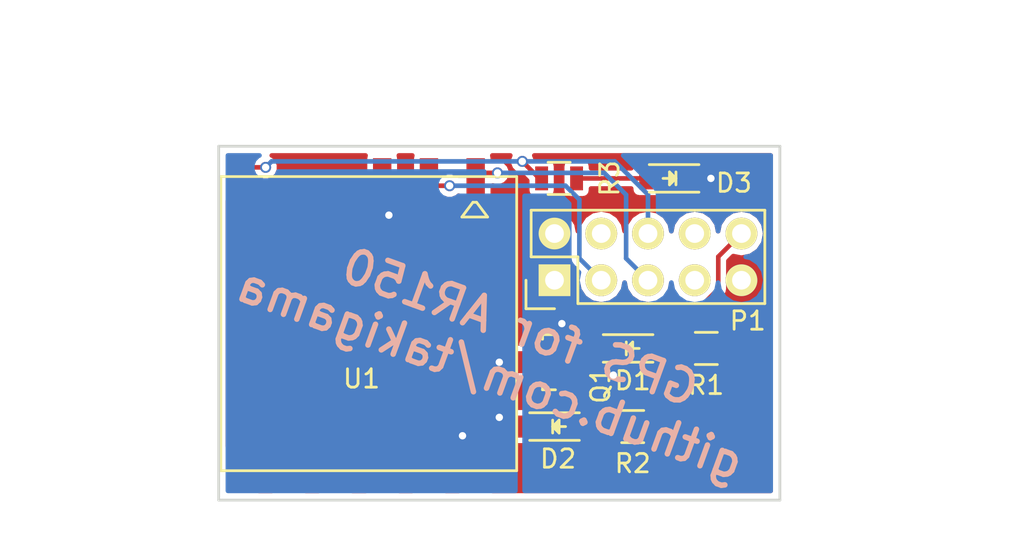
<source format=kicad_pcb>
(kicad_pcb (version 4) (host pcbnew 4.0.2+dfsg1-stable)

  (general
    (links 19)
    (no_connects 0)
    (area 106.500001 87.65 165.785715 116.975)
    (thickness 1.6)
    (drawings 8)
    (tracks 58)
    (zones 0)
    (modules 9)
    (nets 11)
  )

  (page A4)
  (layers
    (0 F.Cu signal)
    (31 B.Cu signal)
    (32 B.Adhes user)
    (33 F.Adhes user)
    (34 B.Paste user)
    (35 F.Paste user)
    (36 B.SilkS user)
    (37 F.SilkS user)
    (38 B.Mask user)
    (39 F.Mask user)
    (40 Dwgs.User user)
    (41 Cmts.User user)
    (42 Eco1.User user)
    (43 Eco2.User user)
    (44 Edge.Cuts user)
    (45 Margin user)
    (46 B.CrtYd user)
    (47 F.CrtYd user)
    (48 B.Fab user)
    (49 F.Fab user)
  )

  (setup
    (last_trace_width 0.25)
    (user_trace_width 0.4)
    (user_trace_width 0.6)
    (user_trace_width 0.8)
    (user_trace_width 1)
    (user_trace_width 1.2)
    (user_trace_width 1.5)
    (user_trace_width 1.8)
    (user_trace_width 2.5)
    (trace_clearance 0.2)
    (zone_clearance 0.3)
    (zone_45_only no)
    (trace_min 0.2)
    (segment_width 0.2)
    (edge_width 0.15)
    (via_size 0.6)
    (via_drill 0.4)
    (via_min_size 0.4)
    (via_min_drill 0.3)
    (uvia_size 0.3)
    (uvia_drill 0.1)
    (uvias_allowed no)
    (uvia_min_size 0.2)
    (uvia_min_drill 0.1)
    (pcb_text_width 0.3)
    (pcb_text_size 1.5 1.5)
    (mod_edge_width 0.15)
    (mod_text_size 1 1)
    (mod_text_width 0.15)
    (pad_size 1.524 1.524)
    (pad_drill 0.762)
    (pad_to_mask_clearance 0.2)
    (aux_axis_origin 0 0)
    (visible_elements FFFFFF7F)
    (pcbplotparams
      (layerselection 0x00030_80000001)
      (usegerberextensions false)
      (excludeedgelayer true)
      (linewidth 0.100000)
      (plotframeref false)
      (viasonmask false)
      (mode 1)
      (useauxorigin false)
      (hpglpennumber 1)
      (hpglpenspeed 20)
      (hpglpendiameter 15)
      (hpglpenoverlay 2)
      (psnegative false)
      (psa4output false)
      (plotreference true)
      (plotvalue true)
      (plotinvisibletext false)
      (padsonsilk false)
      (subtractmaskfromsilk false)
      (outputformat 1)
      (mirror false)
      (drillshape 1)
      (scaleselection 1)
      (outputdirectory ""))
  )

  (net 0 "")
  (net 1 "Net-(D1-Pad2)")
  (net 2 GND)
  (net 3 "Net-(D2-Pad2)")
  (net 4 GP_GND)
  (net 5 RX)
  (net 6 TX)
  (net 7 GP_14)
  (net 8 +3V3)
  (net 9 GP_17)
  (net 10 "Net-(D3-Pad2)")

  (net_class Default "This is the default net class."
    (clearance 0.2)
    (trace_width 0.25)
    (via_dia 0.6)
    (via_drill 0.4)
    (uvia_dia 0.3)
    (uvia_drill 0.1)
    (add_net +3V3)
    (add_net GND)
    (add_net GP_14)
    (add_net GP_17)
    (add_net GP_GND)
    (add_net "Net-(D1-Pad2)")
    (add_net "Net-(D2-Pad2)")
    (add_net "Net-(D3-Pad2)")
    (add_net RX)
    (add_net TX)
  )

  (module LEDs:LED_0805 (layer F.Cu) (tedit 55BDE1C2) (tstamp 59119C84)
    (at 141.25 106.25)
    (descr "LED 0805 smd package")
    (tags "LED 0805 SMD")
    (path /59110B72)
    (attr smd)
    (fp_text reference D1 (at 0 1.75) (layer F.SilkS)
      (effects (font (size 1 1) (thickness 0.15)))
    )
    (fp_text value LED (at 9.99 4.745) (layer F.Fab)
      (effects (font (size 1 1) (thickness 0.15)))
    )
    (fp_line (start -1.6 0.75) (end 1.1 0.75) (layer F.SilkS) (width 0.15))
    (fp_line (start -1.6 -0.75) (end 1.1 -0.75) (layer F.SilkS) (width 0.15))
    (fp_line (start -0.1 0.15) (end -0.1 -0.1) (layer F.SilkS) (width 0.15))
    (fp_line (start -0.1 -0.1) (end -0.25 0.05) (layer F.SilkS) (width 0.15))
    (fp_line (start -0.35 -0.35) (end -0.35 0.35) (layer F.SilkS) (width 0.15))
    (fp_line (start 0 0) (end 0.35 0) (layer F.SilkS) (width 0.15))
    (fp_line (start -0.35 0) (end 0 -0.35) (layer F.SilkS) (width 0.15))
    (fp_line (start 0 -0.35) (end 0 0.35) (layer F.SilkS) (width 0.15))
    (fp_line (start 0 0.35) (end -0.35 0) (layer F.SilkS) (width 0.15))
    (fp_line (start 1.9 -0.95) (end 1.9 0.95) (layer F.CrtYd) (width 0.05))
    (fp_line (start 1.9 0.95) (end -1.9 0.95) (layer F.CrtYd) (width 0.05))
    (fp_line (start -1.9 0.95) (end -1.9 -0.95) (layer F.CrtYd) (width 0.05))
    (fp_line (start -1.9 -0.95) (end 1.9 -0.95) (layer F.CrtYd) (width 0.05))
    (pad 2 smd rect (at 1.04902 0 180) (size 1.19888 1.19888) (layers F.Cu F.Paste F.Mask)
      (net 1 "Net-(D1-Pad2)"))
    (pad 1 smd rect (at -1.04902 0 180) (size 1.19888 1.19888) (layers F.Cu F.Paste F.Mask)
      (net 2 GND))
    (model LEDs.3dshapes/LED_0805.wrl
      (at (xyz 0 0 0))
      (scale (xyz 1 1 1))
      (rotate (xyz 0 0 0))
    )
  )

  (module LEDs:LED_0805 (layer F.Cu) (tedit 55BDE1C2) (tstamp 59119C8A)
    (at 137.25 110.5)
    (descr "LED 0805 smd package")
    (tags "LED 0805 SMD")
    (path /59110BF4)
    (attr smd)
    (fp_text reference D2 (at -0.057 1.7565) (layer F.SilkS)
      (effects (font (size 1 1) (thickness 0.15)))
    )
    (fp_text value LED (at 0.193 5.5) (layer F.Fab)
      (effects (font (size 1 1) (thickness 0.15)))
    )
    (fp_line (start -1.6 0.75) (end 1.1 0.75) (layer F.SilkS) (width 0.15))
    (fp_line (start -1.6 -0.75) (end 1.1 -0.75) (layer F.SilkS) (width 0.15))
    (fp_line (start -0.1 0.15) (end -0.1 -0.1) (layer F.SilkS) (width 0.15))
    (fp_line (start -0.1 -0.1) (end -0.25 0.05) (layer F.SilkS) (width 0.15))
    (fp_line (start -0.35 -0.35) (end -0.35 0.35) (layer F.SilkS) (width 0.15))
    (fp_line (start 0 0) (end 0.35 0) (layer F.SilkS) (width 0.15))
    (fp_line (start -0.35 0) (end 0 -0.35) (layer F.SilkS) (width 0.15))
    (fp_line (start 0 -0.35) (end 0 0.35) (layer F.SilkS) (width 0.15))
    (fp_line (start 0 0.35) (end -0.35 0) (layer F.SilkS) (width 0.15))
    (fp_line (start 1.9 -0.95) (end 1.9 0.95) (layer F.CrtYd) (width 0.05))
    (fp_line (start 1.9 0.95) (end -1.9 0.95) (layer F.CrtYd) (width 0.05))
    (fp_line (start -1.9 0.95) (end -1.9 -0.95) (layer F.CrtYd) (width 0.05))
    (fp_line (start -1.9 -0.95) (end 1.9 -0.95) (layer F.CrtYd) (width 0.05))
    (pad 2 smd rect (at 1.04902 0 180) (size 1.19888 1.19888) (layers F.Cu F.Paste F.Mask)
      (net 3 "Net-(D2-Pad2)"))
    (pad 1 smd rect (at -1.04902 0 180) (size 1.19888 1.19888) (layers F.Cu F.Paste F.Mask)
      (net 4 GP_GND))
    (model LEDs.3dshapes/LED_0805.wrl
      (at (xyz 0 0 0))
      (scale (xyz 1 1 1))
      (rotate (xyz 0 0 0))
    )
  )

  (module Pin_Headers:Pin_Header_Straight_2x05 (layer F.Cu) (tedit 0) (tstamp 59119C98)
    (at 137 102.54 90)
    (descr "Through hole pin header")
    (tags "pin header")
    (path /591108C0)
    (fp_text reference P1 (at -2.21 10.5 180) (layer F.SilkS)
      (effects (font (size 1 1) (thickness 0.15)))
    )
    (fp_text value CONN_02X05 (at 10.29 4.689 180) (layer F.Fab)
      (effects (font (size 1 1) (thickness 0.15)))
    )
    (fp_line (start -1.75 -1.75) (end -1.75 11.95) (layer F.CrtYd) (width 0.05))
    (fp_line (start 4.3 -1.75) (end 4.3 11.95) (layer F.CrtYd) (width 0.05))
    (fp_line (start -1.75 -1.75) (end 4.3 -1.75) (layer F.CrtYd) (width 0.05))
    (fp_line (start -1.75 11.95) (end 4.3 11.95) (layer F.CrtYd) (width 0.05))
    (fp_line (start 3.81 -1.27) (end 3.81 11.43) (layer F.SilkS) (width 0.15))
    (fp_line (start 3.81 11.43) (end -1.27 11.43) (layer F.SilkS) (width 0.15))
    (fp_line (start -1.27 11.43) (end -1.27 1.27) (layer F.SilkS) (width 0.15))
    (fp_line (start 3.81 -1.27) (end 1.27 -1.27) (layer F.SilkS) (width 0.15))
    (fp_line (start 0 -1.55) (end -1.55 -1.55) (layer F.SilkS) (width 0.15))
    (fp_line (start 1.27 -1.27) (end 1.27 1.27) (layer F.SilkS) (width 0.15))
    (fp_line (start 1.27 1.27) (end -1.27 1.27) (layer F.SilkS) (width 0.15))
    (fp_line (start -1.55 -1.55) (end -1.55 0) (layer F.SilkS) (width 0.15))
    (pad 1 thru_hole rect (at 0 0 90) (size 1.7272 1.7272) (drill 1.016) (layers *.Cu *.Mask F.SilkS)
      (net 2 GND))
    (pad 2 thru_hole oval (at 2.54 0 90) (size 1.7272 1.7272) (drill 1.016) (layers *.Cu *.Mask F.SilkS)
      (net 2 GND))
    (pad 3 thru_hole oval (at 0 2.54 90) (size 1.7272 1.7272) (drill 1.016) (layers *.Cu *.Mask F.SilkS)
      (net 5 RX))
    (pad 4 thru_hole oval (at 2.54 2.54 90) (size 1.7272 1.7272) (drill 1.016) (layers *.Cu *.Mask F.SilkS))
    (pad 5 thru_hole oval (at 0 5.08 90) (size 1.7272 1.7272) (drill 1.016) (layers *.Cu *.Mask F.SilkS)
      (net 6 TX))
    (pad 6 thru_hole oval (at 2.54 5.08 90) (size 1.7272 1.7272) (drill 1.016) (layers *.Cu *.Mask F.SilkS)
      (net 7 GP_14))
    (pad 7 thru_hole oval (at 0 7.62 90) (size 1.7272 1.7272) (drill 1.016) (layers *.Cu *.Mask F.SilkS))
    (pad 8 thru_hole oval (at 2.54 7.62 90) (size 1.7272 1.7272) (drill 1.016) (layers *.Cu *.Mask F.SilkS))
    (pad 9 thru_hole oval (at 0 10.16 90) (size 1.7272 1.7272) (drill 1.016) (layers *.Cu *.Mask F.SilkS)
      (net 8 +3V3))
    (pad 10 thru_hole oval (at 2.54 10.16 90) (size 1.7272 1.7272) (drill 1.016) (layers *.Cu *.Mask F.SilkS)
      (net 9 GP_17))
    (model Pin_Headers.3dshapes/Pin_Header_Straight_2x05.wrl
      (at (xyz 0.05 -0.2 0))
      (scale (xyz 1 1 1))
      (rotate (xyz 0 0 90))
    )
  )

  (module TO_SOT_Packages_SMD:SOT-23 (layer F.Cu) (tedit 553634F8) (tstamp 59119C9F)
    (at 137 107 90)
    (descr "SOT-23, Standard")
    (tags SOT-23)
    (path /59110876)
    (attr smd)
    (fp_text reference Q1 (at -1.25 2.5 90) (layer F.SilkS)
      (effects (font (size 1 1) (thickness 0.15)))
    )
    (fp_text value BSS138 (at -0.372 14.947 90) (layer F.Fab)
      (effects (font (size 1 1) (thickness 0.15)))
    )
    (fp_line (start -1.65 -1.6) (end 1.65 -1.6) (layer F.CrtYd) (width 0.05))
    (fp_line (start 1.65 -1.6) (end 1.65 1.6) (layer F.CrtYd) (width 0.05))
    (fp_line (start 1.65 1.6) (end -1.65 1.6) (layer F.CrtYd) (width 0.05))
    (fp_line (start -1.65 1.6) (end -1.65 -1.6) (layer F.CrtYd) (width 0.05))
    (fp_line (start 1.29916 -0.65024) (end 1.2509 -0.65024) (layer F.SilkS) (width 0.15))
    (fp_line (start -1.49982 0.0508) (end -1.49982 -0.65024) (layer F.SilkS) (width 0.15))
    (fp_line (start -1.49982 -0.65024) (end -1.2509 -0.65024) (layer F.SilkS) (width 0.15))
    (fp_line (start 1.29916 -0.65024) (end 1.49982 -0.65024) (layer F.SilkS) (width 0.15))
    (fp_line (start 1.49982 -0.65024) (end 1.49982 0.0508) (layer F.SilkS) (width 0.15))
    (pad 1 smd rect (at -0.95 1.00076 90) (size 0.8001 0.8001) (layers F.Cu F.Paste F.Mask)
      (net 9 GP_17))
    (pad 2 smd rect (at 0.95 1.00076 90) (size 0.8001 0.8001) (layers F.Cu F.Paste F.Mask)
      (net 2 GND))
    (pad 3 smd rect (at 0 -0.99822 90) (size 0.8001 0.8001) (layers F.Cu F.Paste F.Mask)
      (net 4 GP_GND))
    (model TO_SOT_Packages_SMD.3dshapes/SOT-23.wrl
      (at (xyz 0 0 0))
      (scale (xyz 1 1 1))
      (rotate (xyz 0 0 0))
    )
  )

  (module Resistors_SMD:R_0805 (layer F.Cu) (tedit 5415CDEB) (tstamp 59119CA5)
    (at 145.25 106.25 180)
    (descr "Resistor SMD 0805, reflow soldering, Vishay (see dcrcw.pdf)")
    (tags "resistor 0805")
    (path /59110C24)
    (attr smd)
    (fp_text reference R1 (at 0.012 -2 180) (layer F.SilkS)
      (effects (font (size 1 1) (thickness 0.15)))
    )
    (fp_text value 300 (at -6 3 180) (layer F.Fab)
      (effects (font (size 1 1) (thickness 0.15)))
    )
    (fp_line (start -1.6 -1) (end 1.6 -1) (layer F.CrtYd) (width 0.05))
    (fp_line (start -1.6 1) (end 1.6 1) (layer F.CrtYd) (width 0.05))
    (fp_line (start -1.6 -1) (end -1.6 1) (layer F.CrtYd) (width 0.05))
    (fp_line (start 1.6 -1) (end 1.6 1) (layer F.CrtYd) (width 0.05))
    (fp_line (start 0.6 0.875) (end -0.6 0.875) (layer F.SilkS) (width 0.15))
    (fp_line (start -0.6 -0.875) (end 0.6 -0.875) (layer F.SilkS) (width 0.15))
    (pad 1 smd rect (at -0.95 0 180) (size 0.7 1.3) (layers F.Cu F.Paste F.Mask)
      (net 8 +3V3))
    (pad 2 smd rect (at 0.95 0 180) (size 0.7 1.3) (layers F.Cu F.Paste F.Mask)
      (net 1 "Net-(D1-Pad2)"))
    (model Resistors_SMD.3dshapes/R_0805.wrl
      (at (xyz 0 0 0))
      (scale (xyz 1 1 1))
      (rotate (xyz 0 0 0))
    )
  )

  (module Resistors_SMD:R_0805 (layer F.Cu) (tedit 5415CDEB) (tstamp 59119CAB)
    (at 141.25 110.5 180)
    (descr "Resistor SMD 0805, reflow soldering, Vishay (see dcrcw.pdf)")
    (tags "resistor 0805")
    (path /59110C69)
    (attr smd)
    (fp_text reference R2 (at 0 -2.0065 180) (layer F.SilkS)
      (effects (font (size 1 1) (thickness 0.15)))
    )
    (fp_text value 300 (at 0 -5.5 180) (layer F.Fab)
      (effects (font (size 1 1) (thickness 0.15)))
    )
    (fp_line (start -1.6 -1) (end 1.6 -1) (layer F.CrtYd) (width 0.05))
    (fp_line (start -1.6 1) (end 1.6 1) (layer F.CrtYd) (width 0.05))
    (fp_line (start -1.6 -1) (end -1.6 1) (layer F.CrtYd) (width 0.05))
    (fp_line (start 1.6 -1) (end 1.6 1) (layer F.CrtYd) (width 0.05))
    (fp_line (start 0.6 0.875) (end -0.6 0.875) (layer F.SilkS) (width 0.15))
    (fp_line (start -0.6 -0.875) (end 0.6 -0.875) (layer F.SilkS) (width 0.15))
    (pad 1 smd rect (at -0.95 0 180) (size 0.7 1.3) (layers F.Cu F.Paste F.Mask)
      (net 8 +3V3))
    (pad 2 smd rect (at 0.95 0 180) (size 0.7 1.3) (layers F.Cu F.Paste F.Mask)
      (net 3 "Net-(D2-Pad2)"))
    (model Resistors_SMD.3dshapes/R_0805.wrl
      (at (xyz 0 0 0))
      (scale (xyz 1 1 1))
      (rotate (xyz 0 0 0))
    )
  )

  (module MyKiCadLibs:QUECTEL-L80 (layer F.Cu) (tedit 593979B8) (tstamp 59119CBF)
    (at 126.365 104.901)
    (path /5911353A)
    (fp_text reference U1 (at 0.148 3) (layer F.SilkS)
      (effects (font (size 1 1) (thickness 0.15)))
    )
    (fp_text value QUECTEL-L80 (at 0.048 -3) (layer F.Fab)
      (effects (font (size 1 1) (thickness 0.15)))
    )
    (fp_line (start 5.6 -5.8) (end 6.2 -6.6) (layer F.SilkS) (width 0.15))
    (fp_line (start 7 -5.8) (end 5.6 -5.8) (layer F.SilkS) (width 0.15))
    (fp_line (start 6.4 -6.6) (end 7 -5.8) (layer F.SilkS) (width 0.15))
    (fp_line (start 6.2 -6.6) (end 6.4 -6.6) (layer F.SilkS) (width 0.15))
    (fp_line (start 8.58 -8) (end -7.5 -8) (layer F.SilkS) (width 0.15))
    (fp_line (start 8.58 8) (end 8.58 -8) (layer F.SilkS) (width 0.15))
    (fp_line (start -7.5 8) (end 8.58 8) (layer F.SilkS) (width 0.15))
    (fp_line (start -7.5 -8) (end -7.5 8) (layer F.SilkS) (width 0.15))
    (pad 6 smd rect (at -6.35 -8) (size 1 2) (layers F.Cu F.Paste F.Mask)
      (net 7 GP_14))
    (pad 5 smd rect (at -3.81 -8) (size 1 2) (layers F.Cu F.Paste F.Mask)
      (net 8 +3V3))
    (pad 4 smd rect (at -1.27 -8) (size 1 2) (layers F.Cu F.Paste F.Mask)
      (net 8 +3V3))
    (pad 3 smd rect (at 1.27 -8) (size 1 2) (layers F.Cu F.Paste F.Mask)
      (net 4 GP_GND))
    (pad 2 smd rect (at 3.81 -8) (size 1 2) (layers F.Cu F.Paste F.Mask)
      (net 5 RX))
    (pad 1 smd rect (at 6.35 -8) (size 1 2) (layers F.Cu F.Paste F.Mask)
      (net 6 TX))
    (pad 7 smd rect (at -6.35 8) (size 1 2) (layers F.Cu F.Paste F.Mask))
    (pad 8 smd rect (at -3.81 8) (size 1 2) (layers F.Cu F.Paste F.Mask))
    (pad 9 smd rect (at -1.27 8) (size 1 2) (layers F.Cu F.Paste F.Mask))
    (pad 10 smd rect (at 1.288 8) (size 1 2) (layers F.Cu F.Paste F.Mask))
    (pad 11 smd rect (at 3.81 8) (size 1 2) (layers F.Cu F.Paste F.Mask))
    (pad 12 smd rect (at 6.35 8) (size 1 2) (layers F.Cu F.Paste F.Mask)
      (net 4 GP_GND))
  )

  (module LEDs:LED_0805 (layer F.Cu) (tedit 55BDE1C2) (tstamp 593D396D)
    (at 143.25 97 180)
    (descr "LED 0805 smd package")
    (tags "LED 0805 SMD")
    (path /593D397F)
    (attr smd)
    (fp_text reference D3 (at -3.5 -0.25 180) (layer F.SilkS)
      (effects (font (size 1 1) (thickness 0.15)))
    )
    (fp_text value LED (at 0 3 180) (layer F.Fab)
      (effects (font (size 1 1) (thickness 0.15)))
    )
    (fp_line (start -1.6 0.75) (end 1.1 0.75) (layer F.SilkS) (width 0.15))
    (fp_line (start -1.6 -0.75) (end 1.1 -0.75) (layer F.SilkS) (width 0.15))
    (fp_line (start -0.1 0.15) (end -0.1 -0.1) (layer F.SilkS) (width 0.15))
    (fp_line (start -0.1 -0.1) (end -0.25 0.05) (layer F.SilkS) (width 0.15))
    (fp_line (start -0.35 -0.35) (end -0.35 0.35) (layer F.SilkS) (width 0.15))
    (fp_line (start 0 0) (end 0.35 0) (layer F.SilkS) (width 0.15))
    (fp_line (start -0.35 0) (end 0 -0.35) (layer F.SilkS) (width 0.15))
    (fp_line (start 0 -0.35) (end 0 0.35) (layer F.SilkS) (width 0.15))
    (fp_line (start 0 0.35) (end -0.35 0) (layer F.SilkS) (width 0.15))
    (fp_line (start 1.9 -0.95) (end 1.9 0.95) (layer F.CrtYd) (width 0.05))
    (fp_line (start 1.9 0.95) (end -1.9 0.95) (layer F.CrtYd) (width 0.05))
    (fp_line (start -1.9 0.95) (end -1.9 -0.95) (layer F.CrtYd) (width 0.05))
    (fp_line (start -1.9 -0.95) (end 1.9 -0.95) (layer F.CrtYd) (width 0.05))
    (pad 2 smd rect (at 1.04902 0) (size 1.19888 1.19888) (layers F.Cu F.Paste F.Mask)
      (net 10 "Net-(D3-Pad2)"))
    (pad 1 smd rect (at -1.04902 0) (size 1.19888 1.19888) (layers F.Cu F.Paste F.Mask)
      (net 2 GND))
    (model LEDs.3dshapes/LED_0805.wrl
      (at (xyz 0 0 0))
      (scale (xyz 1 1 1))
      (rotate (xyz 0 0 0))
    )
  )

  (module Resistors_SMD:R_0805 (layer F.Cu) (tedit 5415CDEB) (tstamp 593D3979)
    (at 137.25 97)
    (descr "Resistor SMD 0805, reflow soldering, Vishay (see dcrcw.pdf)")
    (tags "resistor 0805")
    (path /593D3915)
    (attr smd)
    (fp_text reference R3 (at 2.75 0 90) (layer F.SilkS)
      (effects (font (size 1 1) (thickness 0.15)))
    )
    (fp_text value 300 (at 0 2.1) (layer F.Fab)
      (effects (font (size 1 1) (thickness 0.15)))
    )
    (fp_line (start -1.6 -1) (end 1.6 -1) (layer F.CrtYd) (width 0.05))
    (fp_line (start -1.6 1) (end 1.6 1) (layer F.CrtYd) (width 0.05))
    (fp_line (start -1.6 -1) (end -1.6 1) (layer F.CrtYd) (width 0.05))
    (fp_line (start 1.6 -1) (end 1.6 1) (layer F.CrtYd) (width 0.05))
    (fp_line (start 0.6 0.875) (end -0.6 0.875) (layer F.SilkS) (width 0.15))
    (fp_line (start -0.6 -0.875) (end 0.6 -0.875) (layer F.SilkS) (width 0.15))
    (pad 1 smd rect (at -0.95 0) (size 0.7 1.3) (layers F.Cu F.Paste F.Mask)
      (net 7 GP_14))
    (pad 2 smd rect (at 0.95 0) (size 0.7 1.3) (layers F.Cu F.Paste F.Mask)
      (net 10 "Net-(D3-Pad2)"))
    (model Resistors_SMD.3dshapes/R_0805.wrl
      (at (xyz 0 0 0))
      (scale (xyz 1 1 1))
      (rotate (xyz 0 0 0))
    )
  )

  (dimension 19.25 (width 0.3) (layer Cmts.User)
    (gr_text "19.250 mm" (at 113.15 104.875 270) (layer Cmts.User)
      (effects (font (size 1.5 1.5) (thickness 0.3)))
    )
    (feature1 (pts (xy 117.5 114.5) (xy 111.8 114.5)))
    (feature2 (pts (xy 117.5 95.25) (xy 111.8 95.25)))
    (crossbar (pts (xy 114.5 95.25) (xy 114.5 114.5)))
    (arrow1a (pts (xy 114.5 114.5) (xy 113.913579 113.373496)))
    (arrow1b (pts (xy 114.5 114.5) (xy 115.086421 113.373496)))
    (arrow2a (pts (xy 114.5 95.25) (xy 113.913579 96.376504)))
    (arrow2b (pts (xy 114.5 95.25) (xy 115.086421 96.376504)))
  )
  (dimension 4.75 (width 0.3) (layer Cmts.User)
    (gr_text "4.750 mm" (at 159.85 97.625 270) (layer Cmts.User)
      (effects (font (size 1.5 1.5) (thickness 0.3)))
    )
    (feature1 (pts (xy 150.5 100) (xy 161.2 100)))
    (feature2 (pts (xy 150.5 95.25) (xy 161.2 95.25)))
    (crossbar (pts (xy 158.5 95.25) (xy 158.5 100)))
    (arrow1a (pts (xy 158.5 100) (xy 157.913579 98.873496)))
    (arrow1b (pts (xy 158.5 100) (xy 159.086421 98.873496)))
    (arrow2a (pts (xy 158.5 95.25) (xy 157.913579 96.376504)))
    (arrow2b (pts (xy 158.5 95.25) (xy 159.086421 96.376504)))
  )
  (dimension 30.5 (width 0.3) (layer Cmts.User)
    (gr_text "30.500 mm" (at 134 89.15) (layer Cmts.User)
      (effects (font (size 1.5 1.5) (thickness 0.3)))
    )
    (feature1 (pts (xy 149.25 94) (xy 149.25 87.8)))
    (feature2 (pts (xy 118.75 94) (xy 118.75 87.8)))
    (crossbar (pts (xy 118.75 90.5) (xy 149.25 90.5)))
    (arrow1a (pts (xy 149.25 90.5) (xy 148.123496 91.086421)))
    (arrow1b (pts (xy 149.25 90.5) (xy 148.123496 89.913579)))
    (arrow2a (pts (xy 118.75 90.5) (xy 119.876504 91.086421)))
    (arrow2b (pts (xy 118.75 90.5) (xy 119.876504 89.913579)))
  )
  (gr_text "GPS for AR150 \ngithub.com/takigama" (at 134 106.25 340) (layer B.SilkS)
    (effects (font (size 1.8 1.8) (thickness 0.3)) (justify mirror))
  )
  (gr_line (start 149.25 95.25) (end 118.75 95.25) (layer Edge.Cuts) (width 0.15))
  (gr_line (start 149.25 114.5) (end 149.25 95.25) (layer Edge.Cuts) (width 0.15))
  (gr_line (start 118.75 114.5) (end 149.25 114.5) (layer Edge.Cuts) (width 0.15))
  (gr_line (start 118.75 95.25) (end 118.75 114.5) (layer Edge.Cuts) (width 0.15))

  (segment (start 142.29902 106.25) (end 144.3 106.25) (width 1.2) (layer F.Cu) (net 1))
  (segment (start 144.29902 97) (end 145.5 97) (width 0.25) (layer F.Cu) (net 2))
  (via (at 145.5 97) (size 0.6) (drill 0.4) (layers F.Cu B.Cu) (net 2))
  (segment (start 138.00076 106.05) (end 138.00076 105.50076) (width 1.2) (layer F.Cu) (net 2))
  (segment (start 138.00076 105.50076) (end 137.4 104.9) (width 1.2) (layer F.Cu) (net 2))
  (via (at 137.4 104.9) (size 0.6) (drill 0.4) (layers F.Cu B.Cu) (net 2))
  (segment (start 140.20098 106.25) (end 140.20098 107.69902) (width 1.2) (layer F.Cu) (net 2))
  (segment (start 140.20098 107.69902) (end 140.2 107.7) (width 1.2) (layer F.Cu) (net 2))
  (via (at 140.2 107.7) (size 0.6) (drill 0.4) (layers F.Cu B.Cu) (net 2))
  (segment (start 138.29902 110.5) (end 140.3 110.5) (width 1.2) (layer F.Cu) (net 3))
  (segment (start 136.00178 107) (end 134 107) (width 1.2) (layer F.Cu) (net 4))
  (via (at 134 107) (size 0.6) (drill 0.4) (layers F.Cu B.Cu) (net 4))
  (segment (start 134 110.09846) (end 134 110) (width 1.2) (layer F.Cu) (net 4))
  (via (at 134 110) (size 0.6) (drill 0.4) (layers F.Cu B.Cu) (net 4))
  (segment (start 136.20098 110.5) (end 134.40154 110.5) (width 1.2) (layer F.Cu) (net 4))
  (segment (start 134.40154 110.5) (end 134 110.09846) (width 1.2) (layer F.Cu) (net 4))
  (segment (start 132.715 112.901) (end 132.715 111.715) (width 1.2) (layer F.Cu) (net 4))
  (segment (start 132.715 111.715) (end 132 111) (width 1.2) (layer F.Cu) (net 4))
  (via (at 132 111) (size 0.6) (drill 0.4) (layers F.Cu B.Cu) (net 4))
  (segment (start 127.635 96.901) (end 127.635 98.635) (width 1.2) (layer F.Cu) (net 4))
  (segment (start 127.635 98.635) (end 128 99) (width 1.2) (layer F.Cu) (net 4))
  (via (at 128 99) (size 0.6) (drill 0.4) (layers F.Cu B.Cu) (net 4))
  (segment (start 131.3 97.4) (end 130.674 97.4) (width 0.25) (layer F.Cu) (net 5))
  (segment (start 130.674 97.4) (end 130.175 96.901) (width 0.25) (layer F.Cu) (net 5))
  (segment (start 138.351399 98.151399) (end 137.6 97.4) (width 0.25) (layer B.Cu) (net 5))
  (segment (start 137.6 97.4) (end 131.3 97.4) (width 0.25) (layer B.Cu) (net 5))
  (via (at 131.3 97.4) (size 0.6) (drill 0.4) (layers F.Cu B.Cu) (net 5))
  (segment (start 139.54 102.54) (end 138.351399 101.351399) (width 0.25) (layer B.Cu) (net 5))
  (segment (start 138.351399 101.351399) (end 138.351399 98.151399) (width 0.25) (layer B.Cu) (net 5))
  (segment (start 133.9 96.7) (end 132.916 96.7) (width 0.25) (layer F.Cu) (net 6))
  (segment (start 132.916 96.7) (end 132.715 96.901) (width 0.25) (layer F.Cu) (net 6))
  (via (at 133.9 96.7) (size 0.6) (drill 0.4) (layers F.Cu B.Cu) (net 6))
  (segment (start 140.891399 97.891399) (end 139.7 96.7) (width 0.25) (layer B.Cu) (net 6))
  (segment (start 139.7 96.7) (end 133.9 96.7) (width 0.25) (layer B.Cu) (net 6))
  (segment (start 142.08 102.54) (end 140.891399 101.351399) (width 0.25) (layer B.Cu) (net 6))
  (segment (start 140.891399 101.351399) (end 140.891399 97.891399) (width 0.25) (layer B.Cu) (net 6))
  (segment (start 140.274998 96.074998) (end 135.25 96.074998) (width 0.25) (layer B.Cu) (net 7))
  (segment (start 135.25 96.074998) (end 121.625002 96.074998) (width 0.25) (layer B.Cu) (net 7))
  (segment (start 136.3 97) (end 136.175002 97) (width 0.25) (layer F.Cu) (net 7))
  (via (at 135.25 96.074998) (size 0.6) (drill 0.4) (layers F.Cu B.Cu) (net 7))
  (segment (start 136.175002 97) (end 135.25 96.074998) (width 0.25) (layer F.Cu) (net 7))
  (segment (start 121.625002 96.074998) (end 121.599999 96.100001) (width 0.25) (layer B.Cu) (net 7))
  (segment (start 142.08 97.88) (end 140.274998 96.074998) (width 0.25) (layer B.Cu) (net 7))
  (segment (start 142.08 100) (end 142.08 97.88) (width 0.25) (layer B.Cu) (net 7))
  (segment (start 121.599999 96.100001) (end 121.3 96.4) (width 0.25) (layer B.Cu) (net 7))
  (segment (start 121.3 96.4) (end 120.516 96.4) (width 0.25) (layer F.Cu) (net 7))
  (segment (start 120.516 96.4) (end 120.015 96.901) (width 0.25) (layer F.Cu) (net 7))
  (via (at 121.3 96.4) (size 0.6) (drill 0.4) (layers F.Cu B.Cu) (net 7))
  (segment (start 125.095 96.901) (end 122.555 96.901) (width 1.2) (layer F.Cu) (net 8))
  (segment (start 145.9 103.01913) (end 145.9 101.26) (width 0.25) (layer F.Cu) (net 9))
  (segment (start 145.9 101.26) (end 147.16 100) (width 0.25) (layer F.Cu) (net 9))
  (segment (start 140.267098 104.4) (end 144.51913 104.4) (width 0.25) (layer F.Cu) (net 9))
  (segment (start 144.51913 104.4) (end 145.9 103.01913) (width 0.25) (layer F.Cu) (net 9))
  (segment (start 139 107.60081) (end 139 105.667098) (width 0.25) (layer F.Cu) (net 9))
  (segment (start 139 105.667098) (end 140.267098 104.4) (width 0.25) (layer F.Cu) (net 9))
  (segment (start 138.00076 107.95) (end 138.65081 107.95) (width 0.25) (layer F.Cu) (net 9))
  (segment (start 138.65081 107.95) (end 139 107.60081) (width 0.25) (layer F.Cu) (net 9))
  (segment (start 138.2 97) (end 142.20098 97) (width 0.25) (layer F.Cu) (net 10))

  (zone (net 4) (net_name GP_GND) (layer B.Cu) (tstamp 0) (hatch edge 0.508)
    (connect_pads yes (clearance 0.3))
    (min_thickness 0.254)
    (fill yes (arc_segments 16) (thermal_gap 0.508) (thermal_bridge_width 0.508))
    (polygon
      (pts
        (xy 119 95.5) (xy 119 114.25) (xy 135 114.25) (xy 135 95.5)
      )
    )
    (filled_polygon
      (pts
        (xy 120.888725 95.78332) (xy 120.684039 95.98765) (xy 120.573126 96.254756) (xy 120.572874 96.543975) (xy 120.68332 96.811275)
        (xy 120.88765 97.015961) (xy 121.154756 97.126874) (xy 121.443975 97.127126) (xy 121.711275 97.01668) (xy 121.915961 96.81235)
        (xy 121.992926 96.626998) (xy 133.173063 96.626998) (xy 133.172874 96.843975) (xy 133.174537 96.848) (xy 131.7762 96.848)
        (xy 131.71235 96.784039) (xy 131.445244 96.673126) (xy 131.156025 96.672874) (xy 130.888725 96.78332) (xy 130.684039 96.98765)
        (xy 130.573126 97.254756) (xy 130.572874 97.543975) (xy 130.68332 97.811275) (xy 130.88765 98.015961) (xy 131.154756 98.126874)
        (xy 131.443975 98.127126) (xy 131.711275 98.01668) (xy 131.776068 97.952) (xy 134.873 97.952) (xy 134.873 113.998)
        (xy 119.252 113.998) (xy 119.252 95.752) (xy 120.964525 95.752)
      )
    )
  )
  (zone (net 2) (net_name GND) (layer B.Cu) (tstamp 0) (hatch edge 0.508)
    (connect_pads yes (clearance 0.3))
    (min_thickness 0.254)
    (fill yes (arc_segments 16) (thermal_gap 0.508) (thermal_bridge_width 0.508))
    (polygon
      (pts
        (xy 135.25 95.5) (xy 135.25 114.25) (xy 149 114.25) (xy 149 95.5)
      )
    )
    (filled_polygon
      (pts
        (xy 148.748 113.998) (xy 135.377 113.998) (xy 135.377 97.952) (xy 137.371354 97.952) (xy 137.799399 98.380045)
        (xy 137.799399 101.351399) (xy 137.841417 101.562641) (xy 137.961076 101.741722) (xy 138.329812 102.110458) (xy 138.2494 102.514716)
        (xy 138.2494 102.565284) (xy 138.347641 103.059175) (xy 138.627408 103.477876) (xy 139.046109 103.757643) (xy 139.54 103.855884)
        (xy 140.033891 103.757643) (xy 140.452592 103.477876) (xy 140.732359 103.059175) (xy 140.81 102.668847) (xy 140.887641 103.059175)
        (xy 141.167408 103.477876) (xy 141.586109 103.757643) (xy 142.08 103.855884) (xy 142.573891 103.757643) (xy 142.992592 103.477876)
        (xy 143.272359 103.059175) (xy 143.35 102.668847) (xy 143.427641 103.059175) (xy 143.707408 103.477876) (xy 144.126109 103.757643)
        (xy 144.62 103.855884) (xy 145.113891 103.757643) (xy 145.532592 103.477876) (xy 145.812359 103.059175) (xy 145.89 102.668847)
        (xy 145.967641 103.059175) (xy 146.247408 103.477876) (xy 146.666109 103.757643) (xy 147.16 103.855884) (xy 147.653891 103.757643)
        (xy 148.072592 103.477876) (xy 148.352359 103.059175) (xy 148.4506 102.565284) (xy 148.4506 102.514716) (xy 148.352359 102.020825)
        (xy 148.072592 101.602124) (xy 147.653891 101.322357) (xy 147.390675 101.27) (xy 147.653891 101.217643) (xy 148.072592 100.937876)
        (xy 148.352359 100.519175) (xy 148.4506 100.025284) (xy 148.4506 99.974716) (xy 148.352359 99.480825) (xy 148.072592 99.062124)
        (xy 147.653891 98.782357) (xy 147.16 98.684116) (xy 146.666109 98.782357) (xy 146.247408 99.062124) (xy 145.967641 99.480825)
        (xy 145.89 99.871153) (xy 145.812359 99.480825) (xy 145.532592 99.062124) (xy 145.113891 98.782357) (xy 144.62 98.684116)
        (xy 144.126109 98.782357) (xy 143.707408 99.062124) (xy 143.427641 99.480825) (xy 143.35 99.871153) (xy 143.272359 99.480825)
        (xy 142.992592 99.062124) (xy 142.632 98.821184) (xy 142.632 97.88) (xy 142.589982 97.668759) (xy 142.470323 97.489677)
        (xy 140.732646 95.752) (xy 148.748 95.752)
      )
    )
  )
  (zone (net 8) (net_name +3V3) (layer F.Cu) (tstamp 0) (hatch edge 0.508)
    (connect_pads yes (clearance 0.3))
    (min_thickness 0.254)
    (fill yes (arc_segments 16) (thermal_gap 0.508) (thermal_bridge_width 0.508))
    (polygon
      (pts
        (xy 119 95.5) (xy 119 114.25) (xy 149 114.25) (xy 149 95.5)
      )
    )
    (filled_polygon
      (pts
        (xy 126.699635 95.901) (xy 126.699635 96.487841) (xy 126.686176 96.507984) (xy 126.608 96.901) (xy 126.608 98.635)
        (xy 126.686176 99.028016) (xy 126.908801 99.361199) (xy 127.273801 99.726199) (xy 127.606984 99.948824) (xy 128 100.027001)
        (xy 128.393016 99.948824) (xy 128.726199 99.726199) (xy 128.948824 99.393016) (xy 129.027001 99) (xy 128.948824 98.606984)
        (xy 128.726199 98.273801) (xy 128.662 98.209602) (xy 128.662 96.901) (xy 128.583824 96.507984) (xy 128.570365 96.487841)
        (xy 128.570365 95.901) (xy 128.542329 95.752) (xy 129.269809 95.752) (xy 129.239635 95.901) (xy 129.239635 97.901)
        (xy 129.269409 98.059237) (xy 129.362927 98.204567) (xy 129.505619 98.302064) (xy 129.675 98.336365) (xy 130.675 98.336365)
        (xy 130.833237 98.306591) (xy 130.978567 98.213073) (xy 131.063387 98.088934) (xy 131.154756 98.126874) (xy 131.443975 98.127126)
        (xy 131.711275 98.01668) (xy 131.78715 97.940937) (xy 131.809409 98.059237) (xy 131.902927 98.204567) (xy 132.045619 98.302064)
        (xy 132.215 98.336365) (xy 133.215 98.336365) (xy 133.373237 98.306591) (xy 133.518567 98.213073) (xy 133.616064 98.070381)
        (xy 133.650365 97.901) (xy 133.650365 97.383527) (xy 133.754756 97.426874) (xy 134.043975 97.427126) (xy 134.311275 97.31668)
        (xy 134.515961 97.11235) (xy 134.626874 96.845244) (xy 134.627126 96.556025) (xy 134.51668 96.288725) (xy 134.31235 96.084039)
        (xy 134.045244 95.973126) (xy 133.756025 95.972874) (xy 133.650365 96.016532) (xy 133.650365 95.901) (xy 133.622329 95.752)
        (xy 134.596937 95.752) (xy 134.523126 95.929754) (xy 134.522874 96.218973) (xy 134.63332 96.486273) (xy 134.83765 96.690959)
        (xy 135.104756 96.801872) (xy 135.196308 96.801952) (xy 135.514635 97.120279) (xy 135.514635 97.65) (xy 135.544409 97.808237)
        (xy 135.637927 97.953567) (xy 135.780619 98.051064) (xy 135.95 98.085365) (xy 136.65 98.085365) (xy 136.808237 98.055591)
        (xy 136.953567 97.962073) (xy 137.051064 97.819381) (xy 137.085365 97.65) (xy 137.085365 96.35) (xy 137.414635 96.35)
        (xy 137.414635 97.65) (xy 137.444409 97.808237) (xy 137.537927 97.953567) (xy 137.680619 98.051064) (xy 137.85 98.085365)
        (xy 138.55 98.085365) (xy 138.708237 98.055591) (xy 138.853567 97.962073) (xy 138.951064 97.819381) (xy 138.985365 97.65)
        (xy 138.985365 97.552) (xy 141.166175 97.552) (xy 141.166175 97.59944) (xy 141.195949 97.757677) (xy 141.289467 97.903007)
        (xy 141.432159 98.000504) (xy 141.60154 98.034805) (xy 142.80042 98.034805) (xy 142.958657 98.005031) (xy 143.103987 97.911513)
        (xy 143.201484 97.768821) (xy 143.235785 97.59944) (xy 143.235785 96.40056) (xy 143.264215 96.40056) (xy 143.264215 97.59944)
        (xy 143.293989 97.757677) (xy 143.387507 97.903007) (xy 143.530199 98.000504) (xy 143.69958 98.034805) (xy 144.89846 98.034805)
        (xy 145.056697 98.005031) (xy 145.202027 97.911513) (xy 145.299524 97.768821) (xy 145.311644 97.708972) (xy 145.354756 97.726874)
        (xy 145.643975 97.727126) (xy 145.911275 97.61668) (xy 146.115961 97.41235) (xy 146.226874 97.145244) (xy 146.227126 96.856025)
        (xy 146.11668 96.588725) (xy 145.91235 96.384039) (xy 145.645244 96.273126) (xy 145.356025 96.272874) (xy 145.313134 96.290596)
        (xy 145.304051 96.242323) (xy 145.210533 96.096993) (xy 145.067841 95.999496) (xy 144.89846 95.965195) (xy 143.69958 95.965195)
        (xy 143.541343 95.994969) (xy 143.396013 96.088487) (xy 143.298516 96.231179) (xy 143.264215 96.40056) (xy 143.235785 96.40056)
        (xy 143.206011 96.242323) (xy 143.112493 96.096993) (xy 142.969801 95.999496) (xy 142.80042 95.965195) (xy 141.60154 95.965195)
        (xy 141.443303 95.994969) (xy 141.297973 96.088487) (xy 141.200476 96.231179) (xy 141.166175 96.40056) (xy 141.166175 96.448)
        (xy 138.985365 96.448) (xy 138.985365 96.35) (xy 138.955591 96.191763) (xy 138.862073 96.046433) (xy 138.719381 95.948936)
        (xy 138.55 95.914635) (xy 137.85 95.914635) (xy 137.691763 95.944409) (xy 137.546433 96.037927) (xy 137.448936 96.180619)
        (xy 137.414635 96.35) (xy 137.085365 96.35) (xy 137.055591 96.191763) (xy 136.962073 96.046433) (xy 136.819381 95.948936)
        (xy 136.65 95.914635) (xy 135.970355 95.914635) (xy 135.903155 95.752) (xy 148.748 95.752) (xy 148.748 113.998)
        (xy 133.630722 113.998) (xy 133.650365 113.901) (xy 133.650365 113.314159) (xy 133.663824 113.294016) (xy 133.742 112.901)
        (xy 133.742 111.715005) (xy 133.742001 111.715) (xy 133.663824 111.321985) (xy 133.663824 111.321984) (xy 133.447755 110.998612)
        (xy 133.675339 111.226196) (xy 133.675341 111.226199) (xy 133.939954 111.403007) (xy 134.008524 111.448824) (xy 134.40154 111.527)
        (xy 135.562998 111.527) (xy 135.60154 111.534805) (xy 136.80042 111.534805) (xy 136.958657 111.505031) (xy 137.103987 111.411513)
        (xy 137.201484 111.268821) (xy 137.235785 111.09944) (xy 137.235785 109.90056) (xy 137.264215 109.90056) (xy 137.264215 111.09944)
        (xy 137.293989 111.257677) (xy 137.387507 111.403007) (xy 137.530199 111.500504) (xy 137.69958 111.534805) (xy 138.89846 111.534805)
        (xy 138.93994 111.527) (xy 139.7454 111.527) (xy 139.780619 111.551064) (xy 139.95 111.585365) (xy 140.65 111.585365)
        (xy 140.808237 111.555591) (xy 140.953567 111.462073) (xy 141.051064 111.319381) (xy 141.085365 111.15) (xy 141.085365 111.137651)
        (xy 141.248824 110.893016) (xy 141.327 110.5) (xy 141.248824 110.106984) (xy 141.085365 109.862349) (xy 141.085365 109.85)
        (xy 141.055591 109.691763) (xy 140.962073 109.546433) (xy 140.819381 109.448936) (xy 140.65 109.414635) (xy 139.95 109.414635)
        (xy 139.791763 109.444409) (xy 139.747332 109.473) (xy 138.937002 109.473) (xy 138.89846 109.465195) (xy 137.69958 109.465195)
        (xy 137.541343 109.494969) (xy 137.396013 109.588487) (xy 137.298516 109.731179) (xy 137.264215 109.90056) (xy 137.235785 109.90056)
        (xy 137.206011 109.742323) (xy 137.112493 109.596993) (xy 136.969801 109.499496) (xy 136.80042 109.465195) (xy 135.60154 109.465195)
        (xy 135.56006 109.473) (xy 134.859299 109.473) (xy 134.726199 109.273801) (xy 134.393016 109.051176) (xy 134 108.973)
        (xy 133.606984 109.051176) (xy 133.273801 109.273801) (xy 133.051176 109.606984) (xy 132.973 110) (xy 132.973 110.09846)
        (xy 133.051176 110.491476) (xy 133.267246 110.814849) (xy 132.726199 110.273801) (xy 132.393016 110.051176) (xy 132 109.973)
        (xy 131.606984 110.051176) (xy 131.273801 110.273801) (xy 131.051176 110.606984) (xy 130.973 111) (xy 131.051176 111.393016)
        (xy 131.273801 111.726199) (xy 131.688 112.140397) (xy 131.688 112.901) (xy 131.766176 113.294016) (xy 131.779635 113.314159)
        (xy 131.779635 113.901) (xy 131.797887 113.998) (xy 131.090722 113.998) (xy 131.110365 113.901) (xy 131.110365 111.901)
        (xy 131.080591 111.742763) (xy 130.987073 111.597433) (xy 130.844381 111.499936) (xy 130.675 111.465635) (xy 129.675 111.465635)
        (xy 129.516763 111.495409) (xy 129.371433 111.588927) (xy 129.273936 111.731619) (xy 129.239635 111.901) (xy 129.239635 113.901)
        (xy 129.257887 113.998) (xy 128.568722 113.998) (xy 128.588365 113.901) (xy 128.588365 111.901) (xy 128.558591 111.742763)
        (xy 128.465073 111.597433) (xy 128.322381 111.499936) (xy 128.153 111.465635) (xy 127.153 111.465635) (xy 126.994763 111.495409)
        (xy 126.849433 111.588927) (xy 126.751936 111.731619) (xy 126.717635 111.901) (xy 126.717635 113.901) (xy 126.735887 113.998)
        (xy 126.010722 113.998) (xy 126.030365 113.901) (xy 126.030365 111.901) (xy 126.000591 111.742763) (xy 125.907073 111.597433)
        (xy 125.764381 111.499936) (xy 125.595 111.465635) (xy 124.595 111.465635) (xy 124.436763 111.495409) (xy 124.291433 111.588927)
        (xy 124.193936 111.731619) (xy 124.159635 111.901) (xy 124.159635 113.901) (xy 124.177887 113.998) (xy 123.470722 113.998)
        (xy 123.490365 113.901) (xy 123.490365 111.901) (xy 123.460591 111.742763) (xy 123.367073 111.597433) (xy 123.224381 111.499936)
        (xy 123.055 111.465635) (xy 122.055 111.465635) (xy 121.896763 111.495409) (xy 121.751433 111.588927) (xy 121.653936 111.731619)
        (xy 121.619635 111.901) (xy 121.619635 113.901) (xy 121.637887 113.998) (xy 120.930722 113.998) (xy 120.950365 113.901)
        (xy 120.950365 111.901) (xy 120.920591 111.742763) (xy 120.827073 111.597433) (xy 120.684381 111.499936) (xy 120.515 111.465635)
        (xy 119.515 111.465635) (xy 119.356763 111.495409) (xy 119.252 111.562823) (xy 119.252 107) (xy 132.973 107)
        (xy 133.051176 107.393016) (xy 133.273801 107.726199) (xy 133.606984 107.948824) (xy 134 108.027) (xy 136.00178 108.027)
        (xy 136.394796 107.948824) (xy 136.727979 107.726199) (xy 136.950604 107.393016) (xy 137.02878 107) (xy 136.950604 106.606984)
        (xy 136.727979 106.273801) (xy 136.394796 106.051176) (xy 136.00178 105.973) (xy 134 105.973) (xy 133.606984 106.051176)
        (xy 133.273801 106.273801) (xy 133.051176 106.606984) (xy 132.973 107) (xy 119.252 107) (xy 119.252 101.6764)
        (xy 135.701035 101.6764) (xy 135.701035 103.4036) (xy 135.730809 103.561837) (xy 135.824327 103.707167) (xy 135.967019 103.804664)
        (xy 136.1364 103.838965) (xy 137.8636 103.838965) (xy 138.021837 103.809191) (xy 138.167167 103.715673) (xy 138.264664 103.572981)
        (xy 138.298965 103.4036) (xy 138.298965 102.814464) (xy 138.347641 103.059175) (xy 138.627408 103.477876) (xy 139.046109 103.757643)
        (xy 139.54 103.855884) (xy 140.033891 103.757643) (xy 140.452592 103.477876) (xy 140.732359 103.059175) (xy 140.81 102.668847)
        (xy 140.887641 103.059175) (xy 141.167408 103.477876) (xy 141.586109 103.757643) (xy 142.040364 103.848) (xy 140.267098 103.848)
        (xy 140.055856 103.890018) (xy 139.876775 104.009677) (xy 138.881141 105.005311) (xy 138.726959 104.774561) (xy 138.126199 104.173801)
        (xy 137.793016 103.951176) (xy 137.4 103.873) (xy 137.006984 103.951176) (xy 136.673801 104.173801) (xy 136.451176 104.506984)
        (xy 136.373 104.9) (xy 136.451176 105.293016) (xy 136.673801 105.626199) (xy 136.97376 105.926158) (xy 136.97376 106.05)
        (xy 137.051936 106.443016) (xy 137.274561 106.776199) (xy 137.607744 106.998824) (xy 138.00076 107.077) (xy 138.393776 106.998824)
        (xy 138.448 106.962593) (xy 138.448 107.124141) (xy 138.40081 107.114585) (xy 137.60071 107.114585) (xy 137.442473 107.144359)
        (xy 137.297143 107.237877) (xy 137.199646 107.380569) (xy 137.165345 107.54995) (xy 137.165345 108.35005) (xy 137.195119 108.508287)
        (xy 137.288637 108.653617) (xy 137.431329 108.751114) (xy 137.60071 108.785415) (xy 138.40081 108.785415) (xy 138.559047 108.755641)
        (xy 138.704377 108.662123) (xy 138.801874 108.519431) (xy 138.811892 108.469959) (xy 138.862052 108.459982) (xy 139.041133 108.340323)
        (xy 139.266102 108.115354) (xy 139.473801 108.426199) (xy 139.806984 108.648824) (xy 140.2 108.727) (xy 140.593016 108.648824)
        (xy 140.926199 108.426199) (xy 140.927179 108.425219) (xy 141.149804 108.092036) (xy 141.227981 107.69902) (xy 141.22798 107.699015)
        (xy 141.22798 106.887982) (xy 141.235785 106.84944) (xy 141.235785 105.65056) (xy 141.264215 105.65056) (xy 141.264215 106.84944)
        (xy 141.293989 107.007677) (xy 141.387507 107.153007) (xy 141.530199 107.250504) (xy 141.69958 107.284805) (xy 142.89846 107.284805)
        (xy 142.93994 107.277) (xy 143.7454 107.277) (xy 143.780619 107.301064) (xy 143.95 107.335365) (xy 144.65 107.335365)
        (xy 144.808237 107.305591) (xy 144.953567 107.212073) (xy 145.051064 107.069381) (xy 145.085365 106.9) (xy 145.085365 106.887651)
        (xy 145.248824 106.643016) (xy 145.327 106.25) (xy 145.248824 105.856984) (xy 145.085365 105.612349) (xy 145.085365 105.6)
        (xy 145.055591 105.441763) (xy 144.962073 105.296433) (xy 144.819381 105.198936) (xy 144.65 105.164635) (xy 143.95 105.164635)
        (xy 143.791763 105.194409) (xy 143.747332 105.223) (xy 142.937002 105.223) (xy 142.89846 105.215195) (xy 141.69958 105.215195)
        (xy 141.541343 105.244969) (xy 141.396013 105.338487) (xy 141.298516 105.481179) (xy 141.264215 105.65056) (xy 141.235785 105.65056)
        (xy 141.206011 105.492323) (xy 141.112493 105.346993) (xy 140.969801 105.249496) (xy 140.80042 105.215195) (xy 140.232549 105.215195)
        (xy 140.495744 104.952) (xy 144.51913 104.952) (xy 144.730372 104.909982) (xy 144.909453 104.790323) (xy 146.290323 103.409453)
        (xy 146.409982 103.230372) (xy 146.452 103.01913) (xy 146.452 101.488646) (xy 146.713564 101.227082) (xy 147.16 101.315884)
        (xy 147.653891 101.217643) (xy 148.072592 100.937876) (xy 148.352359 100.519175) (xy 148.4506 100.025284) (xy 148.4506 99.974716)
        (xy 148.352359 99.480825) (xy 148.072592 99.062124) (xy 147.653891 98.782357) (xy 147.16 98.684116) (xy 146.666109 98.782357)
        (xy 146.247408 99.062124) (xy 145.967641 99.480825) (xy 145.89 99.871153) (xy 145.812359 99.480825) (xy 145.532592 99.062124)
        (xy 145.113891 98.782357) (xy 144.62 98.684116) (xy 144.126109 98.782357) (xy 143.707408 99.062124) (xy 143.427641 99.480825)
        (xy 143.35 99.871153) (xy 143.272359 99.480825) (xy 142.992592 99.062124) (xy 142.573891 98.782357) (xy 142.08 98.684116)
        (xy 141.586109 98.782357) (xy 141.167408 99.062124) (xy 140.887641 99.480825) (xy 140.81 99.871153) (xy 140.732359 99.480825)
        (xy 140.452592 99.062124) (xy 140.033891 98.782357) (xy 139.54 98.684116) (xy 139.046109 98.782357) (xy 138.627408 99.062124)
        (xy 138.347641 99.480825) (xy 138.27 99.871153) (xy 138.192359 99.480825) (xy 137.912592 99.062124) (xy 137.493891 98.782357)
        (xy 137 98.684116) (xy 136.506109 98.782357) (xy 136.087408 99.062124) (xy 135.807641 99.480825) (xy 135.7094 99.974716)
        (xy 135.7094 100.025284) (xy 135.807641 100.519175) (xy 136.087408 100.937876) (xy 136.506109 101.217643) (xy 136.623709 101.241035)
        (xy 136.1364 101.241035) (xy 135.978163 101.270809) (xy 135.832833 101.364327) (xy 135.735336 101.507019) (xy 135.701035 101.6764)
        (xy 119.252 101.6764) (xy 119.252 98.238097) (xy 119.345619 98.302064) (xy 119.515 98.336365) (xy 120.515 98.336365)
        (xy 120.673237 98.306591) (xy 120.818567 98.213073) (xy 120.916064 98.070381) (xy 120.950365 97.901) (xy 120.950365 97.042003)
        (xy 121.154756 97.126874) (xy 121.443975 97.127126) (xy 121.711275 97.01668) (xy 121.915961 96.81235) (xy 122.026874 96.545244)
        (xy 122.027126 96.256025) (xy 121.91668 95.988725) (xy 121.71235 95.784039) (xy 121.635192 95.752) (xy 126.729809 95.752)
      )
    )
  )
)

</source>
